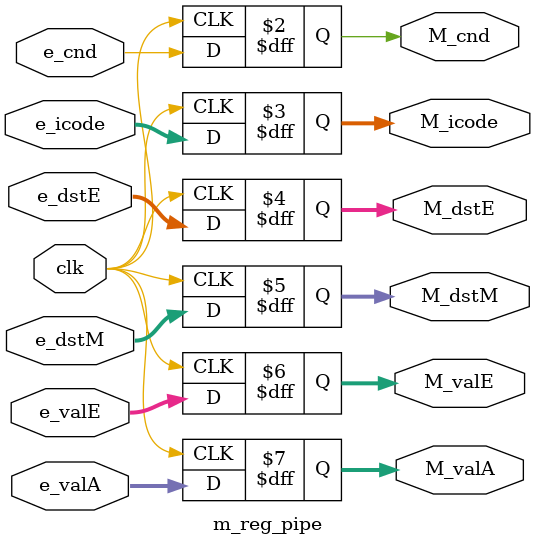
<source format=v>
module m_reg_pipe (clk, e_cnd, e_icode, e_valA, e_valE, e_dstE, e_dstM, 
                M_cnd, M_icode, M_valE, M_valA, M_dstE, M_dstM);

input clk, e_cnd;
// input [2:0] e_stat;
input [3:0] e_icode, e_dstE, e_dstM;
input [63:0] e_valA, e_valE;

output reg M_cnd;
// output [2:0] M_stat;
output reg [3:0] M_icode, M_dstE, M_dstM; 
output reg [63:0] M_valE, M_valA;

always @(posedge clk)
    begin
        // M_stat <= e_stat;
        M_cnd <= e_cnd;
        M_icode <= e_icode;
        // M_ifun <= e_ifun;
        // M_rA <= e_rA;
        // M_rB <= e_rB;
        M_valA <= e_valA;
        // M_valB <= e_valB;
        // M_valC <= e_valC;
        // M_valP <= e_valP;
        M_valE <= e_valE;
        M_dstE <= e_dstE;
        M_dstM <= e_dstM;
    end
endmodule

</source>
